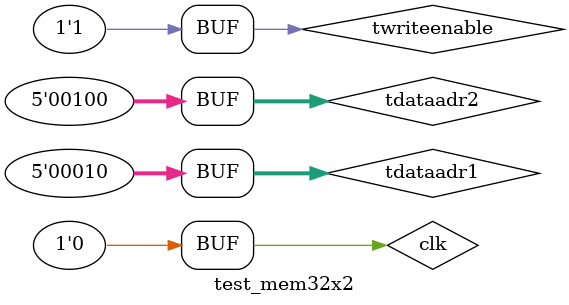
<source format=sv>
module test_mem32x2();
	logic clk;
	logic twriteenable;
	logic twd;
	logic [4:0] tdataadr1;
	logic [4:0] tdataadr2;
	logic [31:0] treaddata2;

mem32x2 memtestx2 (clk, twriteenable, twd, tdataadr1, tdataadr2, treaddata2);

	assign tdataadr1 = 2;
	assign tdataadr2 = 4;
	assign twriteenable = 1;
	

always_comb begin
	$display("%h",treaddata2);
end
always begin
clk <= 1; #5; clk<=0; #5;
end


endmodule


</source>
